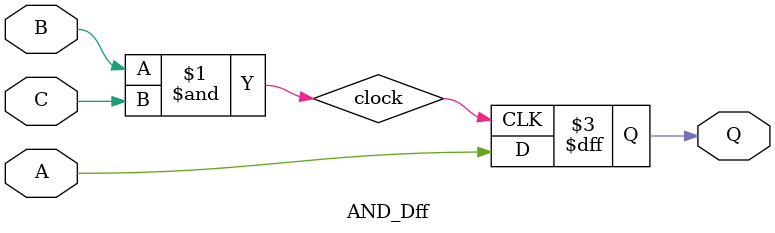
<source format=v>
module AND_Dff (
    input A, 
    input B, 
    input C, 
    output reg Q
);

and(clock, B, C);

always @(posedge clock) begin
    Q <= A;
end

endmodule


</source>
